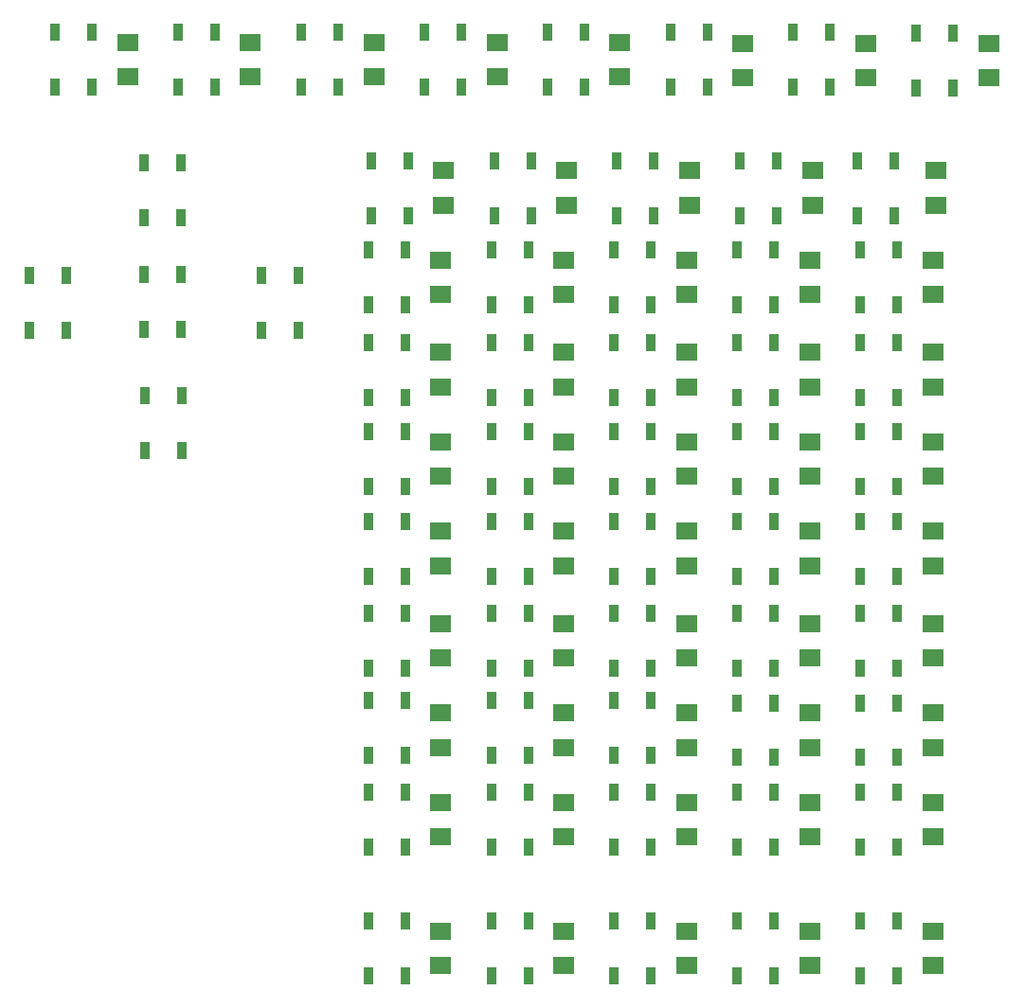
<source format=gtp>
G04 MADE WITH FRITZING*
G04 WWW.FRITZING.ORG*
G04 DOUBLE SIDED*
G04 HOLES PLATED*
G04 CONTOUR ON CENTER OF CONTOUR VECTOR*
%ASAXBY*%
%FSLAX23Y23*%
%MOIN*%
%OFA0B0*%
%SFA1.0B1.0*%
%ADD10R,0.035433X0.059056*%
%ADD11R,0.074803X0.062992*%
%LNPASTEMASK1*%
G90*
G70*
G54D10*
X1570Y2155D03*
X1700Y2155D03*
X1700Y2348D03*
X1570Y2348D03*
X1570Y1831D03*
X1700Y1831D03*
X1700Y2023D03*
X1570Y2023D03*
X1570Y748D03*
X1700Y748D03*
X1700Y941D03*
X1570Y941D03*
X1570Y1201D03*
X1700Y1201D03*
X1700Y1394D03*
X1570Y1394D03*
X1570Y1525D03*
X1700Y1525D03*
X1700Y1718D03*
X1570Y1718D03*
X782Y3023D03*
X912Y3023D03*
X912Y3216D03*
X782Y3216D03*
X2633Y3878D03*
X2763Y3878D03*
X2763Y4071D03*
X2633Y4071D03*
X468Y3878D03*
X597Y3878D03*
X597Y4071D03*
X468Y4071D03*
X1580Y3425D03*
X1710Y3425D03*
X1710Y3618D03*
X1580Y3618D03*
X1570Y2470D03*
X1700Y2470D03*
X1700Y2663D03*
X1570Y2663D03*
X1570Y3110D03*
X1700Y3110D03*
X1700Y3303D03*
X1570Y3303D03*
X1570Y2785D03*
X1700Y2785D03*
X1700Y2978D03*
X1570Y2978D03*
X2003Y1831D03*
X2133Y1831D03*
X2133Y2023D03*
X2003Y2023D03*
X2003Y2155D03*
X2133Y2155D03*
X2133Y2348D03*
X2003Y2348D03*
X2003Y748D03*
X2133Y748D03*
X2133Y941D03*
X2003Y941D03*
X2003Y1201D03*
X2133Y1201D03*
X2133Y1394D03*
X2003Y1394D03*
X2003Y1525D03*
X2133Y1525D03*
X2133Y1718D03*
X2003Y1718D03*
X378Y3020D03*
X507Y3020D03*
X507Y3213D03*
X378Y3213D03*
X3066Y3878D03*
X3196Y3878D03*
X3196Y4071D03*
X3066Y4071D03*
X901Y3878D03*
X1031Y3878D03*
X1031Y4071D03*
X901Y4071D03*
X2013Y3425D03*
X2143Y3425D03*
X2143Y3618D03*
X2013Y3618D03*
X2003Y3110D03*
X2133Y3110D03*
X2133Y3303D03*
X2003Y3303D03*
X2003Y2785D03*
X2133Y2785D03*
X2133Y2978D03*
X2003Y2978D03*
X2003Y2470D03*
X2133Y2470D03*
X2133Y2663D03*
X2003Y2663D03*
X782Y3417D03*
X912Y3417D03*
X912Y3610D03*
X782Y3610D03*
X3499Y3874D03*
X3629Y3874D03*
X3629Y4067D03*
X3499Y4067D03*
X1334Y3878D03*
X1464Y3878D03*
X1464Y4071D03*
X1334Y4071D03*
X2446Y3425D03*
X2576Y3425D03*
X2576Y3618D03*
X2446Y3618D03*
X2436Y748D03*
X2566Y748D03*
X2566Y941D03*
X2436Y941D03*
X2436Y1525D03*
X2566Y1525D03*
X2566Y1718D03*
X2436Y1718D03*
X2436Y1831D03*
X2566Y1831D03*
X2566Y2023D03*
X2436Y2023D03*
X2436Y1201D03*
X2566Y1201D03*
X2566Y1394D03*
X2436Y1394D03*
X2436Y3110D03*
X2566Y3110D03*
X2566Y3303D03*
X2436Y3303D03*
X2436Y2785D03*
X2566Y2785D03*
X2566Y2978D03*
X2436Y2978D03*
X2436Y2470D03*
X2566Y2470D03*
X2566Y2663D03*
X2436Y2663D03*
X2436Y2155D03*
X2566Y2155D03*
X2566Y2348D03*
X2436Y2348D03*
X2869Y1831D03*
X2999Y1831D03*
X2999Y2023D03*
X2869Y2023D03*
X2869Y748D03*
X2999Y748D03*
X2999Y941D03*
X2869Y941D03*
X2869Y1201D03*
X2999Y1201D03*
X2999Y1394D03*
X2869Y1394D03*
X2869Y2155D03*
X2999Y2155D03*
X2999Y2348D03*
X2869Y2348D03*
X2869Y1516D03*
X2999Y1516D03*
X2999Y1708D03*
X2869Y1708D03*
X1196Y3021D03*
X1326Y3021D03*
X1326Y3214D03*
X1196Y3214D03*
X1767Y3878D03*
X1897Y3878D03*
X1897Y4071D03*
X1767Y4071D03*
X2879Y3425D03*
X3009Y3425D03*
X3009Y3618D03*
X2879Y3618D03*
X2869Y3110D03*
X2999Y3110D03*
X2999Y3303D03*
X2869Y3303D03*
X2869Y2785D03*
X2999Y2785D03*
X2999Y2978D03*
X2869Y2978D03*
X2869Y2470D03*
X2999Y2470D03*
X2999Y2663D03*
X2869Y2663D03*
X784Y2598D03*
X914Y2598D03*
X914Y2791D03*
X784Y2791D03*
X2200Y3878D03*
X2330Y3878D03*
X2330Y4071D03*
X2200Y4071D03*
X3292Y3425D03*
X3422Y3425D03*
X3422Y3618D03*
X3292Y3618D03*
X3302Y1831D03*
X3432Y1831D03*
X3432Y2023D03*
X3302Y2023D03*
X3302Y1516D03*
X3432Y1516D03*
X3432Y1708D03*
X3302Y1708D03*
X3302Y748D03*
X3432Y748D03*
X3432Y941D03*
X3302Y941D03*
X3302Y1201D03*
X3432Y1201D03*
X3432Y1394D03*
X3302Y1394D03*
X3302Y2155D03*
X3432Y2155D03*
X3432Y2348D03*
X3302Y2348D03*
X3302Y2785D03*
X3432Y2785D03*
X3432Y2978D03*
X3302Y2978D03*
X3302Y3110D03*
X3432Y3110D03*
X3432Y3303D03*
X3302Y3303D03*
X3302Y2470D03*
X3432Y2470D03*
X3432Y2663D03*
X3302Y2663D03*
G54D11*
X2692Y1236D03*
X2692Y1358D03*
X2692Y783D03*
X2692Y905D03*
X2692Y1866D03*
X2692Y1988D03*
X2692Y2191D03*
X2692Y2313D03*
X2692Y1551D03*
X2692Y1673D03*
X3755Y3909D03*
X3755Y4031D03*
X1590Y3913D03*
X1590Y4035D03*
X2702Y3460D03*
X2702Y3583D03*
X2692Y3146D03*
X2692Y3268D03*
X2692Y2821D03*
X2692Y2943D03*
X2692Y2506D03*
X2692Y2628D03*
X1826Y1236D03*
X1826Y1358D03*
X1826Y783D03*
X1826Y905D03*
X1826Y1551D03*
X1826Y1673D03*
X1826Y1866D03*
X1826Y1988D03*
X2889Y3909D03*
X2889Y4031D03*
X723Y3913D03*
X723Y4035D03*
X1836Y3460D03*
X1836Y3583D03*
X1826Y3146D03*
X1826Y3268D03*
X1826Y2191D03*
X1826Y2313D03*
X1826Y2821D03*
X1826Y2943D03*
X1826Y2506D03*
X1826Y2628D03*
X2456Y3913D03*
X2456Y4035D03*
X3568Y3460D03*
X3568Y3583D03*
X3558Y1866D03*
X3558Y1988D03*
X3558Y783D03*
X3558Y905D03*
X3558Y1551D03*
X3558Y1673D03*
X3558Y1236D03*
X3558Y1358D03*
X3558Y3146D03*
X3558Y3268D03*
X3558Y2821D03*
X3558Y2943D03*
X3558Y2191D03*
X3558Y2313D03*
X3558Y2506D03*
X3558Y2628D03*
X2023Y3913D03*
X2023Y4035D03*
X3135Y3460D03*
X3135Y3583D03*
X3125Y1236D03*
X3125Y1358D03*
X3125Y1551D03*
X3125Y1673D03*
X3125Y783D03*
X3125Y905D03*
X3125Y1866D03*
X3125Y1988D03*
X3125Y3146D03*
X3125Y3268D03*
X3125Y2821D03*
X3125Y2943D03*
X3125Y2191D03*
X3125Y2313D03*
X3125Y2506D03*
X3125Y2628D03*
X2259Y2191D03*
X2259Y2313D03*
X2259Y1866D03*
X2259Y1988D03*
X2259Y783D03*
X2259Y905D03*
X2259Y1236D03*
X2259Y1358D03*
X2259Y1551D03*
X2259Y1673D03*
X3322Y3909D03*
X3322Y4031D03*
X1156Y3913D03*
X1156Y4035D03*
X2269Y3460D03*
X2269Y3583D03*
X2259Y3146D03*
X2259Y3268D03*
X2259Y2821D03*
X2259Y2943D03*
X2259Y2506D03*
X2259Y2628D03*
G04 End of PasteMask1*
M02*
</source>
